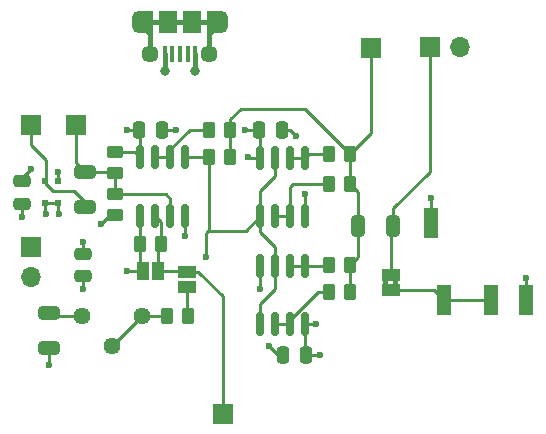
<source format=gbr>
%TF.GenerationSoftware,KiCad,Pcbnew,(6.0.2)*%
%TF.CreationDate,2023-09-05T21:11:47-07:00*%
%TF.ProjectId,parabolic_microphone,70617261-626f-46c6-9963-5f6d6963726f,rev?*%
%TF.SameCoordinates,Original*%
%TF.FileFunction,Copper,L1,Top*%
%TF.FilePolarity,Positive*%
%FSLAX46Y46*%
G04 Gerber Fmt 4.6, Leading zero omitted, Abs format (unit mm)*
G04 Created by KiCad (PCBNEW (6.0.2)) date 2023-09-05 21:11:47*
%MOMM*%
%LPD*%
G01*
G04 APERTURE LIST*
G04 Aperture macros list*
%AMRoundRect*
0 Rectangle with rounded corners*
0 $1 Rounding radius*
0 $2 $3 $4 $5 $6 $7 $8 $9 X,Y pos of 4 corners*
0 Add a 4 corners polygon primitive as box body*
4,1,4,$2,$3,$4,$5,$6,$7,$8,$9,$2,$3,0*
0 Add four circle primitives for the rounded corners*
1,1,$1+$1,$2,$3*
1,1,$1+$1,$4,$5*
1,1,$1+$1,$6,$7*
1,1,$1+$1,$8,$9*
0 Add four rect primitives between the rounded corners*
20,1,$1+$1,$2,$3,$4,$5,0*
20,1,$1+$1,$4,$5,$6,$7,0*
20,1,$1+$1,$6,$7,$8,$9,0*
20,1,$1+$1,$8,$9,$2,$3,0*%
G04 Aperture macros list end*
%TA.AperFunction,SMDPad,CuDef*%
%ADD10R,0.600000X0.540000*%
%TD*%
%TA.AperFunction,SMDPad,CuDef*%
%ADD11RoundRect,0.250000X-0.250000X-0.475000X0.250000X-0.475000X0.250000X0.475000X-0.250000X0.475000X0*%
%TD*%
%TA.AperFunction,SMDPad,CuDef*%
%ADD12RoundRect,0.250000X-0.650000X0.325000X-0.650000X-0.325000X0.650000X-0.325000X0.650000X0.325000X0*%
%TD*%
%TA.AperFunction,ComponentPad*%
%ADD13R,1.700000X1.700000*%
%TD*%
%TA.AperFunction,SMDPad,CuDef*%
%ADD14R,1.500000X1.000000*%
%TD*%
%TA.AperFunction,SMDPad,CuDef*%
%ADD15RoundRect,0.250000X0.250000X0.475000X-0.250000X0.475000X-0.250000X-0.475000X0.250000X-0.475000X0*%
%TD*%
%TA.AperFunction,SMDPad,CuDef*%
%ADD16RoundRect,0.250000X0.262500X0.450000X-0.262500X0.450000X-0.262500X-0.450000X0.262500X-0.450000X0*%
%TD*%
%TA.AperFunction,SMDPad,CuDef*%
%ADD17RoundRect,0.250000X0.325000X0.650000X-0.325000X0.650000X-0.325000X-0.650000X0.325000X-0.650000X0*%
%TD*%
%TA.AperFunction,ComponentPad*%
%ADD18O,1.700000X1.700000*%
%TD*%
%TA.AperFunction,SMDPad,CuDef*%
%ADD19R,1.200000X2.500000*%
%TD*%
%TA.AperFunction,SMDPad,CuDef*%
%ADD20RoundRect,0.250000X-0.450000X0.262500X-0.450000X-0.262500X0.450000X-0.262500X0.450000X0.262500X0*%
%TD*%
%TA.AperFunction,SMDPad,CuDef*%
%ADD21RoundRect,0.250000X-0.475000X0.250000X-0.475000X-0.250000X0.475000X-0.250000X0.475000X0.250000X0*%
%TD*%
%TA.AperFunction,SMDPad,CuDef*%
%ADD22RoundRect,0.150000X-0.150000X0.825000X-0.150000X-0.825000X0.150000X-0.825000X0.150000X0.825000X0*%
%TD*%
%TA.AperFunction,SMDPad,CuDef*%
%ADD23R,0.400000X1.350000*%
%TD*%
%TA.AperFunction,ComponentPad*%
%ADD24O,1.200000X1.900000*%
%TD*%
%TA.AperFunction,ComponentPad*%
%ADD25C,1.450000*%
%TD*%
%TA.AperFunction,SMDPad,CuDef*%
%ADD26R,1.500000X1.900000*%
%TD*%
%TA.AperFunction,SMDPad,CuDef*%
%ADD27R,1.200000X1.900000*%
%TD*%
%TA.AperFunction,SMDPad,CuDef*%
%ADD28R,1.000000X1.500000*%
%TD*%
%TA.AperFunction,SMDPad,CuDef*%
%ADD29RoundRect,0.150000X0.150000X-0.825000X0.150000X0.825000X-0.150000X0.825000X-0.150000X-0.825000X0*%
%TD*%
%TA.AperFunction,ComponentPad*%
%ADD30C,1.440000*%
%TD*%
%TA.AperFunction,ViaPad*%
%ADD31C,0.600000*%
%TD*%
%TA.AperFunction,ViaPad*%
%ADD32C,0.800000*%
%TD*%
%TA.AperFunction,Conductor*%
%ADD33C,0.250000*%
%TD*%
%TA.AperFunction,Conductor*%
%ADD34C,0.400000*%
%TD*%
G04 APERTURE END LIST*
%TO.C,JP1*%
G36*
X100676000Y-57146000D02*
G01*
X100276000Y-57146000D01*
X100276000Y-56646000D01*
X100676000Y-56646000D01*
X100676000Y-57146000D01*
G37*
G36*
X99876000Y-57146000D02*
G01*
X99476000Y-57146000D01*
X99476000Y-56646000D01*
X99876000Y-56646000D01*
X99876000Y-57146000D01*
G37*
%TD*%
D10*
%TO.P,U4,1,OUT*%
%TO.N,Net-(C6-Pad2)*%
X70849000Y-48240000D03*
%TO.P,U4,2,GND*%
%TO.N,GND*%
X70849000Y-50170000D03*
%TO.P,U4,3,GND*%
X71899000Y-50170000D03*
%TO.P,U4,4,VDD*%
%TO.N,VCC*%
X71899000Y-48240000D03*
%TD*%
D11*
%TO.P,C1,1*%
%TO.N,VCC*%
X78806000Y-43922000D03*
%TO.P,C1,2*%
%TO.N,GND*%
X80706000Y-43922000D03*
%TD*%
D12*
%TO.P,C6,1*%
%TO.N,Net-(C6-Pad1)*%
X74168000Y-47527000D03*
%TO.P,C6,2*%
%TO.N,Net-(C6-Pad2)*%
X74168000Y-50477000D03*
%TD*%
D13*
%TO.P,J3,1,Pin_1*%
%TO.N,Net-(C6-Pad2)*%
X69596000Y-43535600D03*
%TD*%
D14*
%TO.P,JP1,1,A*%
%TO.N,Net-(C7-Pad1)*%
X100076000Y-56246000D03*
%TO.P,JP1,2,B*%
%TO.N,Net-(J6-PadR1)*%
X100076000Y-57546000D03*
%TD*%
D15*
%TO.P,C2,1*%
%TO.N,VCC*%
X90866000Y-43942000D03*
%TO.P,C2,2*%
%TO.N,GND*%
X88966000Y-43942000D03*
%TD*%
D13*
%TO.P,J7,1,Pin_1*%
%TO.N,Net-(J7-Pad1)*%
X85852000Y-67975800D03*
%TD*%
D16*
%TO.P,R4,1*%
%TO.N,Net-(JP2-Pad1)*%
X82954500Y-59670000D03*
%TO.P,R4,2*%
%TO.N,Net-(R4-Pad2)*%
X81129500Y-59670000D03*
%TD*%
D17*
%TO.P,C7,1*%
%TO.N,Net-(C7-Pad1)*%
X100281000Y-52070000D03*
%TO.P,C7,2*%
%TO.N,Net-(C7-Pad2)*%
X97331000Y-52070000D03*
%TD*%
D16*
%TO.P,R9,1*%
%TO.N,Net-(C7-Pad2)*%
X96670500Y-55372000D03*
%TO.P,R9,2*%
%TO.N,Net-(R9-Pad2)*%
X94845500Y-55372000D03*
%TD*%
D13*
%TO.P,J1,1,Pin_1*%
%TO.N,VCC*%
X69596000Y-53848000D03*
D18*
%TO.P,J1,2,Pin_2*%
%TO.N,GND*%
X69596000Y-56388000D03*
%TD*%
D16*
%TO.P,R10,1*%
%TO.N,Net-(C7-Pad2)*%
X96670500Y-57658000D03*
%TO.P,R10,2*%
%TO.N,Net-(R10-Pad2)*%
X94845500Y-57658000D03*
%TD*%
D19*
%TO.P,J6,R1*%
%TO.N,Net-(J6-PadR1)*%
X108573000Y-58368000D03*
%TO.P,J6,R2*%
%TO.N,GND*%
X111573000Y-58368000D03*
%TO.P,J6,S*%
X103473000Y-51868000D03*
%TO.P,J6,T*%
%TO.N,Net-(J6-PadR1)*%
X104573000Y-58368000D03*
%TD*%
D20*
%TO.P,R3,1*%
%TO.N,Net-(C6-Pad1)*%
X76708000Y-49359500D03*
%TO.P,R3,2*%
%TO.N,GND*%
X76708000Y-51184500D03*
%TD*%
D12*
%TO.P,C8,1*%
%TO.N,Net-(C8-Pad1)*%
X71120000Y-59465000D03*
%TO.P,C8,2*%
%TO.N,GND*%
X71120000Y-62415000D03*
%TD*%
D15*
%TO.P,C3,1*%
%TO.N,VCC*%
X92898000Y-62992000D03*
%TO.P,C3,2*%
%TO.N,GND*%
X90998000Y-62992000D03*
%TD*%
D20*
%TO.P,R1,1*%
%TO.N,VCC*%
X76708000Y-45803500D03*
%TO.P,R1,2*%
%TO.N,Net-(C6-Pad1)*%
X76708000Y-47628500D03*
%TD*%
D14*
%TO.P,JP2,1,A*%
%TO.N,Net-(JP2-Pad1)*%
X82804000Y-57272000D03*
%TO.P,JP2,2,B*%
%TO.N,Net-(J7-Pad1)*%
X82804000Y-55972000D03*
%TD*%
D16*
%TO.P,R2,1*%
%TO.N,Net-(C7-Pad2)*%
X86510500Y-46208000D03*
%TO.P,R2,2*%
%TO.N,Net-(JP3-Pad2)*%
X84685500Y-46208000D03*
%TD*%
D21*
%TO.P,C4,1*%
%TO.N,VCC*%
X74041000Y-54422000D03*
%TO.P,C4,2*%
%TO.N,GND*%
X74041000Y-56322000D03*
%TD*%
D16*
%TO.P,R6,1*%
%TO.N,Net-(C7-Pad2)*%
X86510500Y-43922000D03*
%TO.P,R6,2*%
%TO.N,Net-(R6-Pad2)*%
X84685500Y-43922000D03*
%TD*%
D22*
%TO.P,U2,1*%
%TO.N,Net-(R7-Pad2)*%
X92837000Y-46293000D03*
%TO.P,U2,2,-*%
X91567000Y-46293000D03*
%TO.P,U2,3,+*%
%TO.N,Net-(JP3-Pad2)*%
X90297000Y-46293000D03*
%TO.P,U2,4,V-*%
%TO.N,GND*%
X89027000Y-46293000D03*
%TO.P,U2,5,+*%
%TO.N,Net-(JP3-Pad2)*%
X89027000Y-51243000D03*
%TO.P,U2,6,-*%
%TO.N,Net-(R8-Pad2)*%
X90297000Y-51243000D03*
%TO.P,U2,7*%
X91567000Y-51243000D03*
%TO.P,U2,8,V+*%
%TO.N,VCC*%
X92837000Y-51243000D03*
%TD*%
D13*
%TO.P,J2,1,Pin_1*%
%TO.N,Net-(C7-Pad1)*%
X103398000Y-36932000D03*
D18*
%TO.P,J2,2,Pin_2*%
%TO.N,GND*%
X105938000Y-36932000D03*
%TD*%
D23*
%TO.P,J8,1,VBUS*%
%TO.N,VCC*%
X83540000Y-37498000D03*
%TO.P,J8,2,D-*%
%TO.N,unconnected-(J8-Pad2)*%
X82890000Y-37498000D03*
%TO.P,J8,3,D+*%
%TO.N,unconnected-(J8-Pad3)*%
X82240000Y-37498000D03*
%TO.P,J8,4,ID*%
%TO.N,unconnected-(J8-Pad4)*%
X81590000Y-37498000D03*
%TO.P,J8,5,GND*%
%TO.N,GND*%
X80940000Y-37498000D03*
D24*
%TO.P,J8,6,Shield*%
%TO.N,unconnected-(J8-Pad6)*%
X85740000Y-34798000D03*
D25*
X84740000Y-37498000D03*
D26*
X83240000Y-34798000D03*
D27*
X79340000Y-34798000D03*
D24*
X78740000Y-34798000D03*
D27*
X85140000Y-34798000D03*
D26*
X81240000Y-34798000D03*
D25*
X79740000Y-37498000D03*
%TD*%
D16*
%TO.P,R5,1*%
%TO.N,Net-(J7-Pad1)*%
X80668500Y-53574000D03*
%TO.P,R5,2*%
%TO.N,Net-(JP3-Pad2)*%
X78843500Y-53574000D03*
%TD*%
D22*
%TO.P,U3,1*%
%TO.N,Net-(R9-Pad2)*%
X92837000Y-55437000D03*
%TO.P,U3,2,-*%
X91567000Y-55437000D03*
%TO.P,U3,3,+*%
%TO.N,Net-(JP3-Pad2)*%
X90297000Y-55437000D03*
%TO.P,U3,4,V-*%
%TO.N,GND*%
X89027000Y-55437000D03*
%TO.P,U3,5,+*%
%TO.N,Net-(JP3-Pad2)*%
X89027000Y-60387000D03*
%TO.P,U3,6,-*%
%TO.N,Net-(R10-Pad2)*%
X90297000Y-60387000D03*
%TO.P,U3,7*%
X91567000Y-60387000D03*
%TO.P,U3,8,V+*%
%TO.N,VCC*%
X92837000Y-60387000D03*
%TD*%
D13*
%TO.P,J5,1,Pin_1*%
%TO.N,Net-(C7-Pad2)*%
X98445000Y-37059000D03*
%TD*%
D28*
%TO.P,JP3,1,A*%
%TO.N,Net-(J7-Pad1)*%
X80406000Y-55860000D03*
%TO.P,JP3,2,B*%
%TO.N,Net-(JP3-Pad2)*%
X79106000Y-55860000D03*
%TD*%
D16*
%TO.P,R7,1*%
%TO.N,Net-(C7-Pad2)*%
X96670500Y-45974000D03*
%TO.P,R7,2*%
%TO.N,Net-(R7-Pad2)*%
X94845500Y-45974000D03*
%TD*%
D29*
%TO.P,U1,1*%
%TO.N,Net-(JP3-Pad2)*%
X78867000Y-51223000D03*
%TO.P,U1,2,-*%
%TO.N,Net-(J7-Pad1)*%
X80137000Y-51223000D03*
%TO.P,U1,3,+*%
%TO.N,Net-(C6-Pad1)*%
X81407000Y-51223000D03*
%TO.P,U1,4,V-*%
%TO.N,GND*%
X82677000Y-51223000D03*
%TO.P,U1,5,+*%
%TO.N,Net-(JP3-Pad2)*%
X82677000Y-46273000D03*
%TO.P,U1,6,-*%
%TO.N,Net-(R6-Pad2)*%
X81407000Y-46273000D03*
%TO.P,U1,7*%
X80137000Y-46273000D03*
%TO.P,U1,8,V+*%
%TO.N,VCC*%
X78867000Y-46273000D03*
%TD*%
D30*
%TO.P,RV1,1,1*%
%TO.N,Net-(R4-Pad2)*%
X78994000Y-59670000D03*
%TO.P,RV1,2,2*%
X76454000Y-62210000D03*
%TO.P,RV1,3,3*%
%TO.N,Net-(C8-Pad1)*%
X73914000Y-59670000D03*
%TD*%
D16*
%TO.P,R8,1*%
%TO.N,Net-(C7-Pad2)*%
X96670500Y-48514000D03*
%TO.P,R8,2*%
%TO.N,Net-(R8-Pad2)*%
X94845500Y-48514000D03*
%TD*%
D13*
%TO.P,J4,1,Pin_1*%
%TO.N,Net-(C6-Pad1)*%
X73406000Y-43535600D03*
%TD*%
D21*
%TO.P,C5,1*%
%TO.N,VCC*%
X68834000Y-48306000D03*
%TO.P,C5,2*%
%TO.N,GND*%
X68834000Y-50206000D03*
%TD*%
D31*
%TO.N,VCC*%
X69596000Y-47224000D03*
X92837000Y-49403000D03*
X93788000Y-60387000D03*
D32*
X83540000Y-38989000D03*
D31*
X71882000Y-47478000D03*
X92075000Y-44450000D03*
X74041000Y-53467000D03*
X94107000Y-62992000D03*
X77724000Y-43922000D03*
%TO.N,GND*%
X89789000Y-62230000D03*
X89027000Y-57404000D03*
X81915000Y-43922000D03*
X71120000Y-63861000D03*
X103473000Y-49689000D03*
X82677000Y-52939000D03*
X72009000Y-51034000D03*
X70866000Y-51034000D03*
X111573000Y-56455000D03*
X74041000Y-57404000D03*
X75565000Y-51923000D03*
X68834000Y-51288000D03*
X88011000Y-46228000D03*
D32*
X80940000Y-38948000D03*
D31*
X87757000Y-43942000D03*
%TO.N,Net-(JP3-Pad2)*%
X77724000Y-55860000D03*
X84455000Y-54717000D03*
%TD*%
D33*
%TO.N,VCC*%
X92837000Y-51243000D02*
X92837000Y-49403000D01*
X92837000Y-60387000D02*
X92837000Y-62931000D01*
X78397500Y-45803500D02*
X78867000Y-46273000D01*
X92837000Y-60387000D02*
X93788000Y-60387000D01*
X78806000Y-43922000D02*
X77724000Y-43922000D01*
X76708000Y-45803500D02*
X78397500Y-45803500D01*
X78867000Y-43983000D02*
X78806000Y-43922000D01*
X92898000Y-62992000D02*
X94107000Y-62992000D01*
X68834000Y-48306000D02*
X68834000Y-47986000D01*
X90866000Y-43942000D02*
X91567000Y-43942000D01*
X92837000Y-62931000D02*
X92898000Y-62992000D01*
X91567000Y-43942000D02*
X92075000Y-44450000D01*
X74041000Y-53467000D02*
X74041000Y-54422000D01*
X68834000Y-47986000D02*
X69596000Y-47224000D01*
X71899000Y-48240000D02*
X71899000Y-47495000D01*
X78867000Y-46273000D02*
X78867000Y-43983000D01*
D34*
X83540000Y-37498000D02*
X83540000Y-38989000D01*
D33*
X71899000Y-47495000D02*
X71882000Y-47478000D01*
%TO.N,GND*%
X89027000Y-55437000D02*
X89027000Y-57404000D01*
X89027000Y-46293000D02*
X88076000Y-46293000D01*
X76708000Y-51184500D02*
X76303500Y-51184500D01*
X88076000Y-46293000D02*
X88011000Y-46228000D01*
X111573000Y-58368000D02*
X111573000Y-56455000D01*
X71899000Y-50924000D02*
X72009000Y-51034000D01*
D34*
X80940000Y-37498000D02*
X80940000Y-38948000D01*
D33*
X90551000Y-62992000D02*
X89789000Y-62230000D01*
X68834000Y-50206000D02*
X68834000Y-51288000D01*
X89027000Y-44003000D02*
X88966000Y-43942000D01*
X70849000Y-51017000D02*
X70866000Y-51034000D01*
X88966000Y-43942000D02*
X87757000Y-43942000D01*
X80706000Y-43922000D02*
X81915000Y-43922000D01*
X71899000Y-50170000D02*
X71899000Y-50924000D01*
X103473000Y-51868000D02*
X103473000Y-49689000D01*
X71120000Y-62415000D02*
X71120000Y-63861000D01*
X82677000Y-51223000D02*
X82677000Y-52939000D01*
X90998000Y-62992000D02*
X90551000Y-62992000D01*
X70849000Y-50170000D02*
X71899000Y-50170000D01*
X70849000Y-50170000D02*
X70849000Y-50890000D01*
X76303500Y-51184500D02*
X75565000Y-51923000D01*
X70849000Y-50890000D02*
X70849000Y-51017000D01*
X74041000Y-56322000D02*
X74041000Y-57404000D01*
X89027000Y-46293000D02*
X89027000Y-44003000D01*
%TO.N,Net-(R4-Pad2)*%
X76454000Y-62210000D02*
X78994000Y-59670000D01*
X81129500Y-59670000D02*
X78994000Y-59670000D01*
%TO.N,Net-(R6-Pad2)*%
X81407000Y-45573000D02*
X83058000Y-43922000D01*
X81407000Y-46273000D02*
X81407000Y-45573000D01*
X80137000Y-46273000D02*
X81407000Y-46273000D01*
X83058000Y-43922000D02*
X84685500Y-43922000D01*
%TO.N,Net-(C6-Pad1)*%
X81407000Y-49764000D02*
X81407000Y-51223000D01*
X73406000Y-43535600D02*
X73406000Y-46765000D01*
X76731500Y-49383000D02*
X81026000Y-49383000D01*
X74168000Y-47527000D02*
X76606500Y-47527000D01*
X73406000Y-46765000D02*
X74168000Y-47527000D01*
X76708000Y-47628500D02*
X76708000Y-49359500D01*
X76606500Y-47527000D02*
X76708000Y-47628500D01*
X81026000Y-49383000D02*
X81407000Y-49764000D01*
X76708000Y-49359500D02*
X76731500Y-49383000D01*
%TO.N,Net-(C6-Pad2)*%
X69596000Y-45192000D02*
X70866000Y-46462000D01*
X70849000Y-48240000D02*
X70849000Y-48477000D01*
X70866000Y-48223000D02*
X70849000Y-48240000D01*
X74168000Y-50018000D02*
X74168000Y-50477000D01*
X71501000Y-49129000D02*
X73279000Y-49129000D01*
X70866000Y-46462000D02*
X70866000Y-48223000D01*
X69596000Y-43535600D02*
X69596000Y-45192000D01*
X73279000Y-49129000D02*
X74168000Y-50018000D01*
X70849000Y-48477000D02*
X71501000Y-49129000D01*
%TO.N,Net-(C7-Pad1)*%
X103398000Y-47478000D02*
X103398000Y-36932000D01*
X100076000Y-56246000D02*
X100076000Y-52275000D01*
X100281000Y-52070000D02*
X100281000Y-50595000D01*
X100281000Y-50595000D02*
X103398000Y-47478000D01*
X100076000Y-52275000D02*
X100281000Y-52070000D01*
%TO.N,Net-(C7-Pad2)*%
X87376000Y-42144000D02*
X92840500Y-42144000D01*
X86510500Y-43922000D02*
X86510500Y-43009500D01*
X86510500Y-43009500D02*
X87376000Y-42144000D01*
X98445000Y-44199500D02*
X98445000Y-37059000D01*
X96670500Y-57658000D02*
X96670500Y-55372000D01*
X92840500Y-42144000D02*
X96670500Y-45974000D01*
X97331000Y-54711500D02*
X96670500Y-55372000D01*
X97331000Y-49174500D02*
X97331000Y-52070000D01*
X97331000Y-52070000D02*
X97331000Y-54711500D01*
X86510500Y-46208000D02*
X86510500Y-43922000D01*
X96670500Y-48514000D02*
X96670500Y-45974000D01*
X96670500Y-45974000D02*
X98445000Y-44199500D01*
X96670500Y-48514000D02*
X97331000Y-49174500D01*
%TO.N,Net-(C8-Pad1)*%
X71325000Y-59670000D02*
X71120000Y-59465000D01*
X73914000Y-59670000D02*
X71325000Y-59670000D01*
%TO.N,Net-(J6-PadR1)*%
X103751000Y-57546000D02*
X104573000Y-58368000D01*
X100076000Y-57546000D02*
X103751000Y-57546000D01*
X104573000Y-58368000D02*
X108573000Y-58368000D01*
%TO.N,Net-(J7-Pad1)*%
X82692000Y-55860000D02*
X82804000Y-55972000D01*
X80406000Y-53836500D02*
X80668500Y-53574000D01*
X85852000Y-58020000D02*
X85852000Y-67975800D01*
X80668500Y-53574000D02*
X80668500Y-51754500D01*
X80406000Y-55860000D02*
X80406000Y-53836500D01*
X82804000Y-55972000D02*
X83804000Y-55972000D01*
X80668500Y-51754500D02*
X80137000Y-51223000D01*
X80406000Y-55860000D02*
X82692000Y-55860000D01*
X83804000Y-55972000D02*
X85852000Y-58020000D01*
%TO.N,Net-(JP2-Pad1)*%
X82804000Y-59519500D02*
X82954500Y-59670000D01*
X82804000Y-57272000D02*
X82804000Y-59519500D01*
%TO.N,Net-(JP3-Pad2)*%
X87795500Y-52474500D02*
X84705500Y-52474500D01*
X89027000Y-60387000D02*
X89027000Y-58674000D01*
X89027000Y-58674000D02*
X90297000Y-57404000D01*
X78867000Y-51223000D02*
X78867000Y-53550500D01*
X90297000Y-55437000D02*
X90297000Y-53848000D01*
X89027000Y-51243000D02*
X87795500Y-52474500D01*
X90297000Y-46293000D02*
X90297000Y-47879000D01*
X84455000Y-54717000D02*
X84455000Y-52685000D01*
X78867000Y-53550500D02*
X78843500Y-53574000D01*
X89027000Y-52578000D02*
X89027000Y-51243000D01*
X84620500Y-46273000D02*
X84685500Y-46208000D01*
X89027000Y-49149000D02*
X89027000Y-51243000D01*
X78843500Y-55597500D02*
X79106000Y-55860000D01*
X90297000Y-57404000D02*
X90297000Y-55437000D01*
X90297000Y-53848000D02*
X89027000Y-52578000D01*
X84685500Y-46208000D02*
X84685500Y-52454500D01*
X90297000Y-47879000D02*
X89027000Y-49149000D01*
X84705500Y-52474500D02*
X84685500Y-52454500D01*
X78843500Y-53574000D02*
X78843500Y-55597500D01*
X82677000Y-46273000D02*
X84620500Y-46273000D01*
X84455000Y-52685000D02*
X84685500Y-52454500D01*
X79106000Y-55860000D02*
X77724000Y-55860000D01*
%TO.N,Net-(R7-Pad2)*%
X92837000Y-46293000D02*
X91567000Y-46293000D01*
X93156000Y-45974000D02*
X92837000Y-46293000D01*
X94845500Y-45974000D02*
X93156000Y-45974000D01*
%TO.N,Net-(R8-Pad2)*%
X94845500Y-48514000D02*
X91821000Y-48514000D01*
X90297000Y-51243000D02*
X91567000Y-51243000D01*
X91567000Y-48768000D02*
X91567000Y-51243000D01*
X91821000Y-48514000D02*
X91567000Y-48768000D01*
%TO.N,Net-(R9-Pad2)*%
X94845500Y-55372000D02*
X94780500Y-55437000D01*
X94780500Y-55437000D02*
X91567000Y-55437000D01*
%TO.N,Net-(R10-Pad2)*%
X94845500Y-57658000D02*
X93919928Y-57658000D01*
X91567000Y-60010928D02*
X91567000Y-60387000D01*
X93919928Y-57658000D02*
X91567000Y-60010928D01*
X90297000Y-60387000D02*
X91567000Y-60387000D01*
D34*
%TO.N,unconnected-(J8-Pad6)*%
X79740000Y-35798000D02*
X78740000Y-34798000D01*
X79740000Y-37498000D02*
X79740000Y-35798000D01*
X85740000Y-34798000D02*
X78740000Y-34798000D01*
X84740000Y-37498000D02*
X84740000Y-35798000D01*
X84740000Y-35798000D02*
X85740000Y-34798000D01*
%TD*%
M02*

</source>
